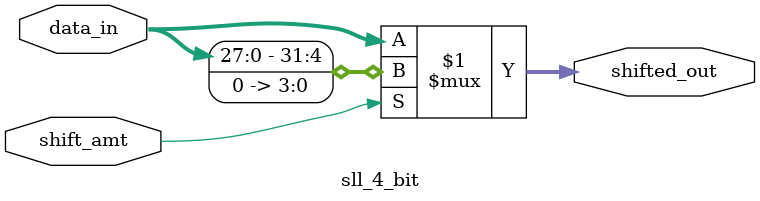
<source format=v>
module sll_4_bit(shifted_out, data_in, shift_amt);
    output [31:0] shifted_out;
    input [31:0] data_in;
    input shift_amt;

    assign shifted_out = shift_amt ? {data_in[27:0], 4'b0000} : data_in;
endmodule

</source>
